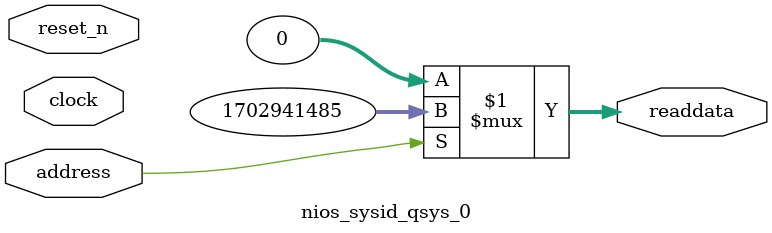
<source format=v>



// synthesis translate_off
`timescale 1ns / 1ps
// synthesis translate_on

// turn off superfluous verilog processor warnings 
// altera message_level Level1 
// altera message_off 10034 10035 10036 10037 10230 10240 10030 

module nios_sysid_qsys_0 (
               // inputs:
                address,
                clock,
                reset_n,

               // outputs:
                readdata
             )
;

  output  [ 31: 0] readdata;
  input            address;
  input            clock;
  input            reset_n;

  wire    [ 31: 0] readdata;
  //control_slave, which is an e_avalon_slave
  assign readdata = address ? 1702941485 : 0;

endmodule



</source>
